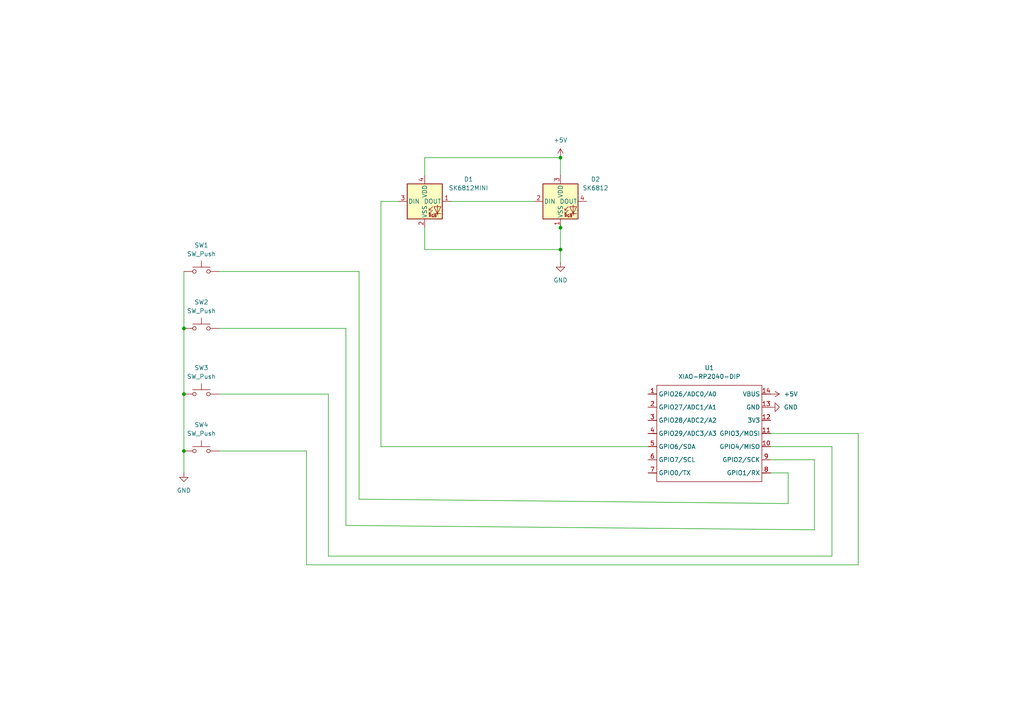
<source format=kicad_sch>
(kicad_sch
	(version 20250114)
	(generator "eeschema")
	(generator_version "9.0")
	(uuid "f2e503b2-99f0-403b-8e1a-a4958a0d5f1b")
	(paper "A4")
	(lib_symbols
		(symbol "LED:SK6812"
			(pin_names
				(offset 0.254)
			)
			(exclude_from_sim no)
			(in_bom yes)
			(on_board yes)
			(property "Reference" "D"
				(at 5.08 5.715 0)
				(effects
					(font
						(size 1.27 1.27)
					)
					(justify right bottom)
				)
			)
			(property "Value" "SK6812"
				(at 1.27 -5.715 0)
				(effects
					(font
						(size 1.27 1.27)
					)
					(justify left top)
				)
			)
			(property "Footprint" "LED_SMD:LED_SK6812_PLCC4_5.0x5.0mm_P3.2mm"
				(at 1.27 -7.62 0)
				(effects
					(font
						(size 1.27 1.27)
					)
					(justify left top)
					(hide yes)
				)
			)
			(property "Datasheet" "https://cdn-shop.adafruit.com/product-files/1138/SK6812+LED+datasheet+.pdf"
				(at 2.54 -9.525 0)
				(effects
					(font
						(size 1.27 1.27)
					)
					(justify left top)
					(hide yes)
				)
			)
			(property "Description" "RGB LED with integrated controller"
				(at 0 0 0)
				(effects
					(font
						(size 1.27 1.27)
					)
					(hide yes)
				)
			)
			(property "ki_keywords" "RGB LED NeoPixel addressable"
				(at 0 0 0)
				(effects
					(font
						(size 1.27 1.27)
					)
					(hide yes)
				)
			)
			(property "ki_fp_filters" "LED*SK6812*PLCC*5.0x5.0mm*P3.2mm*"
				(at 0 0 0)
				(effects
					(font
						(size 1.27 1.27)
					)
					(hide yes)
				)
			)
			(symbol "SK6812_0_0"
				(text "RGB"
					(at 2.286 -4.191 0)
					(effects
						(font
							(size 0.762 0.762)
						)
					)
				)
			)
			(symbol "SK6812_0_1"
				(polyline
					(pts
						(xy 1.27 -2.54) (xy 1.778 -2.54)
					)
					(stroke
						(width 0)
						(type default)
					)
					(fill
						(type none)
					)
				)
				(polyline
					(pts
						(xy 1.27 -3.556) (xy 1.778 -3.556)
					)
					(stroke
						(width 0)
						(type default)
					)
					(fill
						(type none)
					)
				)
				(polyline
					(pts
						(xy 2.286 -1.524) (xy 1.27 -2.54) (xy 1.27 -2.032)
					)
					(stroke
						(width 0)
						(type default)
					)
					(fill
						(type none)
					)
				)
				(polyline
					(pts
						(xy 2.286 -2.54) (xy 1.27 -3.556) (xy 1.27 -3.048)
					)
					(stroke
						(width 0)
						(type default)
					)
					(fill
						(type none)
					)
				)
				(polyline
					(pts
						(xy 3.683 -1.016) (xy 3.683 -3.556) (xy 3.683 -4.064)
					)
					(stroke
						(width 0)
						(type default)
					)
					(fill
						(type none)
					)
				)
				(polyline
					(pts
						(xy 4.699 -1.524) (xy 2.667 -1.524) (xy 3.683 -3.556) (xy 4.699 -1.524)
					)
					(stroke
						(width 0)
						(type default)
					)
					(fill
						(type none)
					)
				)
				(polyline
					(pts
						(xy 4.699 -3.556) (xy 2.667 -3.556)
					)
					(stroke
						(width 0)
						(type default)
					)
					(fill
						(type none)
					)
				)
				(rectangle
					(start 5.08 5.08)
					(end -5.08 -5.08)
					(stroke
						(width 0.254)
						(type default)
					)
					(fill
						(type background)
					)
				)
			)
			(symbol "SK6812_1_1"
				(pin input line
					(at -7.62 0 0)
					(length 2.54)
					(name "DIN"
						(effects
							(font
								(size 1.27 1.27)
							)
						)
					)
					(number "2"
						(effects
							(font
								(size 1.27 1.27)
							)
						)
					)
				)
				(pin power_in line
					(at 0 7.62 270)
					(length 2.54)
					(name "VDD"
						(effects
							(font
								(size 1.27 1.27)
							)
						)
					)
					(number "3"
						(effects
							(font
								(size 1.27 1.27)
							)
						)
					)
				)
				(pin power_in line
					(at 0 -7.62 90)
					(length 2.54)
					(name "VSS"
						(effects
							(font
								(size 1.27 1.27)
							)
						)
					)
					(number "1"
						(effects
							(font
								(size 1.27 1.27)
							)
						)
					)
				)
				(pin output line
					(at 7.62 0 180)
					(length 2.54)
					(name "DOUT"
						(effects
							(font
								(size 1.27 1.27)
							)
						)
					)
					(number "4"
						(effects
							(font
								(size 1.27 1.27)
							)
						)
					)
				)
			)
			(embedded_fonts no)
		)
		(symbol "LED:SK6812MINI"
			(pin_names
				(offset 0.254)
			)
			(exclude_from_sim no)
			(in_bom yes)
			(on_board yes)
			(property "Reference" "D"
				(at 5.08 5.715 0)
				(effects
					(font
						(size 1.27 1.27)
					)
					(justify right bottom)
				)
			)
			(property "Value" "SK6812MINI"
				(at 1.27 -5.715 0)
				(effects
					(font
						(size 1.27 1.27)
					)
					(justify left top)
				)
			)
			(property "Footprint" "LED_SMD:LED_SK6812MINI_PLCC4_3.5x3.5mm_P1.75mm"
				(at 1.27 -7.62 0)
				(effects
					(font
						(size 1.27 1.27)
					)
					(justify left top)
					(hide yes)
				)
			)
			(property "Datasheet" "https://cdn-shop.adafruit.com/product-files/2686/SK6812MINI_REV.01-1-2.pdf"
				(at 2.54 -9.525 0)
				(effects
					(font
						(size 1.27 1.27)
					)
					(justify left top)
					(hide yes)
				)
			)
			(property "Description" "RGB LED with integrated controller"
				(at 0 0 0)
				(effects
					(font
						(size 1.27 1.27)
					)
					(hide yes)
				)
			)
			(property "ki_keywords" "RGB LED NeoPixel Mini addressable"
				(at 0 0 0)
				(effects
					(font
						(size 1.27 1.27)
					)
					(hide yes)
				)
			)
			(property "ki_fp_filters" "LED*SK6812MINI*PLCC*3.5x3.5mm*P1.75mm*"
				(at 0 0 0)
				(effects
					(font
						(size 1.27 1.27)
					)
					(hide yes)
				)
			)
			(symbol "SK6812MINI_0_0"
				(text "RGB"
					(at 2.286 -4.191 0)
					(effects
						(font
							(size 0.762 0.762)
						)
					)
				)
			)
			(symbol "SK6812MINI_0_1"
				(polyline
					(pts
						(xy 1.27 -2.54) (xy 1.778 -2.54)
					)
					(stroke
						(width 0)
						(type default)
					)
					(fill
						(type none)
					)
				)
				(polyline
					(pts
						(xy 1.27 -3.556) (xy 1.778 -3.556)
					)
					(stroke
						(width 0)
						(type default)
					)
					(fill
						(type none)
					)
				)
				(polyline
					(pts
						(xy 2.286 -1.524) (xy 1.27 -2.54) (xy 1.27 -2.032)
					)
					(stroke
						(width 0)
						(type default)
					)
					(fill
						(type none)
					)
				)
				(polyline
					(pts
						(xy 2.286 -2.54) (xy 1.27 -3.556) (xy 1.27 -3.048)
					)
					(stroke
						(width 0)
						(type default)
					)
					(fill
						(type none)
					)
				)
				(polyline
					(pts
						(xy 3.683 -1.016) (xy 3.683 -3.556) (xy 3.683 -4.064)
					)
					(stroke
						(width 0)
						(type default)
					)
					(fill
						(type none)
					)
				)
				(polyline
					(pts
						(xy 4.699 -1.524) (xy 2.667 -1.524) (xy 3.683 -3.556) (xy 4.699 -1.524)
					)
					(stroke
						(width 0)
						(type default)
					)
					(fill
						(type none)
					)
				)
				(polyline
					(pts
						(xy 4.699 -3.556) (xy 2.667 -3.556)
					)
					(stroke
						(width 0)
						(type default)
					)
					(fill
						(type none)
					)
				)
				(rectangle
					(start 5.08 5.08)
					(end -5.08 -5.08)
					(stroke
						(width 0.254)
						(type default)
					)
					(fill
						(type background)
					)
				)
			)
			(symbol "SK6812MINI_1_1"
				(pin input line
					(at -7.62 0 0)
					(length 2.54)
					(name "DIN"
						(effects
							(font
								(size 1.27 1.27)
							)
						)
					)
					(number "3"
						(effects
							(font
								(size 1.27 1.27)
							)
						)
					)
				)
				(pin power_in line
					(at 0 7.62 270)
					(length 2.54)
					(name "VDD"
						(effects
							(font
								(size 1.27 1.27)
							)
						)
					)
					(number "4"
						(effects
							(font
								(size 1.27 1.27)
							)
						)
					)
				)
				(pin power_in line
					(at 0 -7.62 90)
					(length 2.54)
					(name "VSS"
						(effects
							(font
								(size 1.27 1.27)
							)
						)
					)
					(number "2"
						(effects
							(font
								(size 1.27 1.27)
							)
						)
					)
				)
				(pin output line
					(at 7.62 0 180)
					(length 2.54)
					(name "DOUT"
						(effects
							(font
								(size 1.27 1.27)
							)
						)
					)
					(number "1"
						(effects
							(font
								(size 1.27 1.27)
							)
						)
					)
				)
			)
			(embedded_fonts no)
		)
		(symbol "OPL:XIAO-RP2040-DIP"
			(exclude_from_sim no)
			(in_bom yes)
			(on_board yes)
			(property "Reference" "U"
				(at 0 0 0)
				(effects
					(font
						(size 1.27 1.27)
					)
				)
			)
			(property "Value" "XIAO-RP2040-DIP"
				(at 5.334 -1.778 0)
				(effects
					(font
						(size 1.27 1.27)
					)
				)
			)
			(property "Footprint" "Module:MOUDLE14P-XIAO-DIP-SMD"
				(at 14.478 -32.258 0)
				(effects
					(font
						(size 1.27 1.27)
					)
					(hide yes)
				)
			)
			(property "Datasheet" ""
				(at 0 0 0)
				(effects
					(font
						(size 1.27 1.27)
					)
					(hide yes)
				)
			)
			(property "Description" ""
				(at 0 0 0)
				(effects
					(font
						(size 1.27 1.27)
					)
					(hide yes)
				)
			)
			(symbol "XIAO-RP2040-DIP_1_0"
				(polyline
					(pts
						(xy -1.27 -2.54) (xy 29.21 -2.54)
					)
					(stroke
						(width 0.1524)
						(type solid)
					)
					(fill
						(type none)
					)
				)
				(polyline
					(pts
						(xy -1.27 -5.08) (xy -2.54 -5.08)
					)
					(stroke
						(width 0.1524)
						(type solid)
					)
					(fill
						(type none)
					)
				)
				(polyline
					(pts
						(xy -1.27 -5.08) (xy -1.27 -2.54)
					)
					(stroke
						(width 0.1524)
						(type solid)
					)
					(fill
						(type none)
					)
				)
				(polyline
					(pts
						(xy -1.27 -8.89) (xy -2.54 -8.89)
					)
					(stroke
						(width 0.1524)
						(type solid)
					)
					(fill
						(type none)
					)
				)
				(polyline
					(pts
						(xy -1.27 -8.89) (xy -1.27 -5.08)
					)
					(stroke
						(width 0.1524)
						(type solid)
					)
					(fill
						(type none)
					)
				)
				(polyline
					(pts
						(xy -1.27 -12.7) (xy -2.54 -12.7)
					)
					(stroke
						(width 0.1524)
						(type solid)
					)
					(fill
						(type none)
					)
				)
				(polyline
					(pts
						(xy -1.27 -12.7) (xy -1.27 -8.89)
					)
					(stroke
						(width 0.1524)
						(type solid)
					)
					(fill
						(type none)
					)
				)
				(polyline
					(pts
						(xy -1.27 -16.51) (xy -2.54 -16.51)
					)
					(stroke
						(width 0.1524)
						(type solid)
					)
					(fill
						(type none)
					)
				)
				(polyline
					(pts
						(xy -1.27 -16.51) (xy -1.27 -12.7)
					)
					(stroke
						(width 0.1524)
						(type solid)
					)
					(fill
						(type none)
					)
				)
				(polyline
					(pts
						(xy -1.27 -20.32) (xy -2.54 -20.32)
					)
					(stroke
						(width 0.1524)
						(type solid)
					)
					(fill
						(type none)
					)
				)
				(polyline
					(pts
						(xy -1.27 -24.13) (xy -2.54 -24.13)
					)
					(stroke
						(width 0.1524)
						(type solid)
					)
					(fill
						(type none)
					)
				)
				(polyline
					(pts
						(xy -1.27 -27.94) (xy -2.54 -27.94)
					)
					(stroke
						(width 0.1524)
						(type solid)
					)
					(fill
						(type none)
					)
				)
				(polyline
					(pts
						(xy -1.27 -30.48) (xy -1.27 -16.51)
					)
					(stroke
						(width 0.1524)
						(type solid)
					)
					(fill
						(type none)
					)
				)
				(polyline
					(pts
						(xy 29.21 -2.54) (xy 29.21 -5.08)
					)
					(stroke
						(width 0.1524)
						(type solid)
					)
					(fill
						(type none)
					)
				)
				(polyline
					(pts
						(xy 29.21 -5.08) (xy 29.21 -8.89)
					)
					(stroke
						(width 0.1524)
						(type solid)
					)
					(fill
						(type none)
					)
				)
				(polyline
					(pts
						(xy 29.21 -8.89) (xy 29.21 -12.7)
					)
					(stroke
						(width 0.1524)
						(type solid)
					)
					(fill
						(type none)
					)
				)
				(polyline
					(pts
						(xy 29.21 -12.7) (xy 29.21 -30.48)
					)
					(stroke
						(width 0.1524)
						(type solid)
					)
					(fill
						(type none)
					)
				)
				(polyline
					(pts
						(xy 29.21 -30.48) (xy -1.27 -30.48)
					)
					(stroke
						(width 0.1524)
						(type solid)
					)
					(fill
						(type none)
					)
				)
				(polyline
					(pts
						(xy 30.48 -5.08) (xy 29.21 -5.08)
					)
					(stroke
						(width 0.1524)
						(type solid)
					)
					(fill
						(type none)
					)
				)
				(polyline
					(pts
						(xy 30.48 -8.89) (xy 29.21 -8.89)
					)
					(stroke
						(width 0.1524)
						(type solid)
					)
					(fill
						(type none)
					)
				)
				(polyline
					(pts
						(xy 30.48 -12.7) (xy 29.21 -12.7)
					)
					(stroke
						(width 0.1524)
						(type solid)
					)
					(fill
						(type none)
					)
				)
				(polyline
					(pts
						(xy 30.48 -16.51) (xy 29.21 -16.51)
					)
					(stroke
						(width 0.1524)
						(type solid)
					)
					(fill
						(type none)
					)
				)
				(polyline
					(pts
						(xy 30.48 -20.32) (xy 29.21 -20.32)
					)
					(stroke
						(width 0.1524)
						(type solid)
					)
					(fill
						(type none)
					)
				)
				(polyline
					(pts
						(xy 30.48 -24.13) (xy 29.21 -24.13)
					)
					(stroke
						(width 0.1524)
						(type solid)
					)
					(fill
						(type none)
					)
				)
				(polyline
					(pts
						(xy 30.48 -27.94) (xy 29.21 -27.94)
					)
					(stroke
						(width 0.1524)
						(type solid)
					)
					(fill
						(type none)
					)
				)
				(pin passive line
					(at -3.81 -5.08 0)
					(length 2.54)
					(name "GPIO26/ADC0/A0"
						(effects
							(font
								(size 1.27 1.27)
							)
						)
					)
					(number "1"
						(effects
							(font
								(size 1.27 1.27)
							)
						)
					)
				)
				(pin passive line
					(at -3.81 -8.89 0)
					(length 2.54)
					(name "GPIO27/ADC1/A1"
						(effects
							(font
								(size 1.27 1.27)
							)
						)
					)
					(number "2"
						(effects
							(font
								(size 1.27 1.27)
							)
						)
					)
				)
				(pin passive line
					(at -3.81 -12.7 0)
					(length 2.54)
					(name "GPIO28/ADC2/A2"
						(effects
							(font
								(size 1.27 1.27)
							)
						)
					)
					(number "3"
						(effects
							(font
								(size 1.27 1.27)
							)
						)
					)
				)
				(pin passive line
					(at -3.81 -16.51 0)
					(length 2.54)
					(name "GPIO29/ADC3/A3"
						(effects
							(font
								(size 1.27 1.27)
							)
						)
					)
					(number "4"
						(effects
							(font
								(size 1.27 1.27)
							)
						)
					)
				)
				(pin passive line
					(at -3.81 -20.32 0)
					(length 2.54)
					(name "GPIO6/SDA"
						(effects
							(font
								(size 1.27 1.27)
							)
						)
					)
					(number "5"
						(effects
							(font
								(size 1.27 1.27)
							)
						)
					)
				)
				(pin passive line
					(at -3.81 -24.13 0)
					(length 2.54)
					(name "GPIO7/SCL"
						(effects
							(font
								(size 1.27 1.27)
							)
						)
					)
					(number "6"
						(effects
							(font
								(size 1.27 1.27)
							)
						)
					)
				)
				(pin passive line
					(at -3.81 -27.94 0)
					(length 2.54)
					(name "GPIO0/TX"
						(effects
							(font
								(size 1.27 1.27)
							)
						)
					)
					(number "7"
						(effects
							(font
								(size 1.27 1.27)
							)
						)
					)
				)
				(pin passive line
					(at 31.75 -5.08 180)
					(length 2.54)
					(name "VBUS"
						(effects
							(font
								(size 1.27 1.27)
							)
						)
					)
					(number "14"
						(effects
							(font
								(size 1.27 1.27)
							)
						)
					)
				)
				(pin passive line
					(at 31.75 -8.89 180)
					(length 2.54)
					(name "GND"
						(effects
							(font
								(size 1.27 1.27)
							)
						)
					)
					(number "13"
						(effects
							(font
								(size 1.27 1.27)
							)
						)
					)
				)
				(pin passive line
					(at 31.75 -12.7 180)
					(length 2.54)
					(name "3V3"
						(effects
							(font
								(size 1.27 1.27)
							)
						)
					)
					(number "12"
						(effects
							(font
								(size 1.27 1.27)
							)
						)
					)
				)
				(pin passive line
					(at 31.75 -16.51 180)
					(length 2.54)
					(name "GPIO3/MOSI"
						(effects
							(font
								(size 1.27 1.27)
							)
						)
					)
					(number "11"
						(effects
							(font
								(size 1.27 1.27)
							)
						)
					)
				)
				(pin passive line
					(at 31.75 -20.32 180)
					(length 2.54)
					(name "GPIO4/MISO"
						(effects
							(font
								(size 1.27 1.27)
							)
						)
					)
					(number "10"
						(effects
							(font
								(size 1.27 1.27)
							)
						)
					)
				)
				(pin passive line
					(at 31.75 -24.13 180)
					(length 2.54)
					(name "GPIO2/SCK"
						(effects
							(font
								(size 1.27 1.27)
							)
						)
					)
					(number "9"
						(effects
							(font
								(size 1.27 1.27)
							)
						)
					)
				)
				(pin passive line
					(at 31.75 -27.94 180)
					(length 2.54)
					(name "GPIO1/RX"
						(effects
							(font
								(size 1.27 1.27)
							)
						)
					)
					(number "8"
						(effects
							(font
								(size 1.27 1.27)
							)
						)
					)
				)
			)
			(embedded_fonts no)
		)
		(symbol "Switch:SW_Push"
			(pin_numbers
				(hide yes)
			)
			(pin_names
				(offset 1.016)
				(hide yes)
			)
			(exclude_from_sim no)
			(in_bom yes)
			(on_board yes)
			(property "Reference" "SW"
				(at 1.27 2.54 0)
				(effects
					(font
						(size 1.27 1.27)
					)
					(justify left)
				)
			)
			(property "Value" "SW_Push"
				(at 0 -1.524 0)
				(effects
					(font
						(size 1.27 1.27)
					)
				)
			)
			(property "Footprint" ""
				(at 0 5.08 0)
				(effects
					(font
						(size 1.27 1.27)
					)
					(hide yes)
				)
			)
			(property "Datasheet" "~"
				(at 0 5.08 0)
				(effects
					(font
						(size 1.27 1.27)
					)
					(hide yes)
				)
			)
			(property "Description" "Push button switch, generic, two pins"
				(at 0 0 0)
				(effects
					(font
						(size 1.27 1.27)
					)
					(hide yes)
				)
			)
			(property "ki_keywords" "switch normally-open pushbutton push-button"
				(at 0 0 0)
				(effects
					(font
						(size 1.27 1.27)
					)
					(hide yes)
				)
			)
			(symbol "SW_Push_0_1"
				(circle
					(center -2.032 0)
					(radius 0.508)
					(stroke
						(width 0)
						(type default)
					)
					(fill
						(type none)
					)
				)
				(polyline
					(pts
						(xy 0 1.27) (xy 0 3.048)
					)
					(stroke
						(width 0)
						(type default)
					)
					(fill
						(type none)
					)
				)
				(circle
					(center 2.032 0)
					(radius 0.508)
					(stroke
						(width 0)
						(type default)
					)
					(fill
						(type none)
					)
				)
				(polyline
					(pts
						(xy 2.54 1.27) (xy -2.54 1.27)
					)
					(stroke
						(width 0)
						(type default)
					)
					(fill
						(type none)
					)
				)
				(pin passive line
					(at -5.08 0 0)
					(length 2.54)
					(name "1"
						(effects
							(font
								(size 1.27 1.27)
							)
						)
					)
					(number "1"
						(effects
							(font
								(size 1.27 1.27)
							)
						)
					)
				)
				(pin passive line
					(at 5.08 0 180)
					(length 2.54)
					(name "2"
						(effects
							(font
								(size 1.27 1.27)
							)
						)
					)
					(number "2"
						(effects
							(font
								(size 1.27 1.27)
							)
						)
					)
				)
			)
			(embedded_fonts no)
		)
		(symbol "power:+5V"
			(power)
			(pin_numbers
				(hide yes)
			)
			(pin_names
				(offset 0)
				(hide yes)
			)
			(exclude_from_sim no)
			(in_bom yes)
			(on_board yes)
			(property "Reference" "#PWR"
				(at 0 -3.81 0)
				(effects
					(font
						(size 1.27 1.27)
					)
					(hide yes)
				)
			)
			(property "Value" "+5V"
				(at 0 3.556 0)
				(effects
					(font
						(size 1.27 1.27)
					)
				)
			)
			(property "Footprint" ""
				(at 0 0 0)
				(effects
					(font
						(size 1.27 1.27)
					)
					(hide yes)
				)
			)
			(property "Datasheet" ""
				(at 0 0 0)
				(effects
					(font
						(size 1.27 1.27)
					)
					(hide yes)
				)
			)
			(property "Description" "Power symbol creates a global label with name \"+5V\""
				(at 0 0 0)
				(effects
					(font
						(size 1.27 1.27)
					)
					(hide yes)
				)
			)
			(property "ki_keywords" "global power"
				(at 0 0 0)
				(effects
					(font
						(size 1.27 1.27)
					)
					(hide yes)
				)
			)
			(symbol "+5V_0_1"
				(polyline
					(pts
						(xy -0.762 1.27) (xy 0 2.54)
					)
					(stroke
						(width 0)
						(type default)
					)
					(fill
						(type none)
					)
				)
				(polyline
					(pts
						(xy 0 2.54) (xy 0.762 1.27)
					)
					(stroke
						(width 0)
						(type default)
					)
					(fill
						(type none)
					)
				)
				(polyline
					(pts
						(xy 0 0) (xy 0 2.54)
					)
					(stroke
						(width 0)
						(type default)
					)
					(fill
						(type none)
					)
				)
			)
			(symbol "+5V_1_1"
				(pin power_in line
					(at 0 0 90)
					(length 0)
					(name "~"
						(effects
							(font
								(size 1.27 1.27)
							)
						)
					)
					(number "1"
						(effects
							(font
								(size 1.27 1.27)
							)
						)
					)
				)
			)
			(embedded_fonts no)
		)
		(symbol "power:GND"
			(power)
			(pin_numbers
				(hide yes)
			)
			(pin_names
				(offset 0)
				(hide yes)
			)
			(exclude_from_sim no)
			(in_bom yes)
			(on_board yes)
			(property "Reference" "#PWR"
				(at 0 -6.35 0)
				(effects
					(font
						(size 1.27 1.27)
					)
					(hide yes)
				)
			)
			(property "Value" "GND"
				(at 0 -3.81 0)
				(effects
					(font
						(size 1.27 1.27)
					)
				)
			)
			(property "Footprint" ""
				(at 0 0 0)
				(effects
					(font
						(size 1.27 1.27)
					)
					(hide yes)
				)
			)
			(property "Datasheet" ""
				(at 0 0 0)
				(effects
					(font
						(size 1.27 1.27)
					)
					(hide yes)
				)
			)
			(property "Description" "Power symbol creates a global label with name \"GND\" , ground"
				(at 0 0 0)
				(effects
					(font
						(size 1.27 1.27)
					)
					(hide yes)
				)
			)
			(property "ki_keywords" "global power"
				(at 0 0 0)
				(effects
					(font
						(size 1.27 1.27)
					)
					(hide yes)
				)
			)
			(symbol "GND_0_1"
				(polyline
					(pts
						(xy 0 0) (xy 0 -1.27) (xy 1.27 -1.27) (xy 0 -2.54) (xy -1.27 -1.27) (xy 0 -1.27)
					)
					(stroke
						(width 0)
						(type default)
					)
					(fill
						(type none)
					)
				)
			)
			(symbol "GND_1_1"
				(pin power_in line
					(at 0 0 270)
					(length 0)
					(name "~"
						(effects
							(font
								(size 1.27 1.27)
							)
						)
					)
					(number "1"
						(effects
							(font
								(size 1.27 1.27)
							)
						)
					)
				)
			)
			(embedded_fonts no)
		)
	)
	(junction
		(at 162.56 45.72)
		(diameter 0)
		(color 0 0 0 0)
		(uuid "0140e4d8-91b2-4885-9454-a830ac1f3306")
	)
	(junction
		(at 53.34 130.81)
		(diameter 0)
		(color 0 0 0 0)
		(uuid "111f7c11-04a6-4f36-a5f9-97beaed80ae1")
	)
	(junction
		(at 53.34 95.25)
		(diameter 0)
		(color 0 0 0 0)
		(uuid "25ef8d07-7975-462f-9779-a618db9b545b")
	)
	(junction
		(at 162.56 72.39)
		(diameter 0)
		(color 0 0 0 0)
		(uuid "6f72e5cc-69fa-42df-93a5-f9c40b29860b")
	)
	(junction
		(at 162.56 66.04)
		(diameter 0)
		(color 0 0 0 0)
		(uuid "8f18c265-1f61-499c-9fe3-b61ad3a3a90d")
	)
	(junction
		(at 53.34 114.3)
		(diameter 0)
		(color 0 0 0 0)
		(uuid "bf458f5d-c580-4666-b95e-14a7ccbd6ec1")
	)
	(wire
		(pts
			(xy 100.33 152.4) (xy 236.22 153.67)
		)
		(stroke
			(width 0)
			(type default)
		)
		(uuid "00ac734f-ec1e-442a-a3c6-439ad6c97c39")
	)
	(wire
		(pts
			(xy 162.56 64.77) (xy 162.56 66.04)
		)
		(stroke
			(width 0)
			(type default)
		)
		(uuid "013e0fd4-f985-44b0-a950-bb9177ba405f")
	)
	(wire
		(pts
			(xy 228.6 146.05) (xy 228.6 137.16)
		)
		(stroke
			(width 0)
			(type default)
		)
		(uuid "044829a0-8154-4aa2-a711-ee5d78cc2b09")
	)
	(wire
		(pts
			(xy 123.19 66.04) (xy 123.19 72.39)
		)
		(stroke
			(width 0)
			(type default)
		)
		(uuid "08a63996-a3b0-457a-af73-45f295712360")
	)
	(wire
		(pts
			(xy 162.56 45.72) (xy 162.56 50.8)
		)
		(stroke
			(width 0)
			(type default)
		)
		(uuid "10d522e8-8552-4359-9fb9-f39eb57610a0")
	)
	(wire
		(pts
			(xy 130.81 58.42) (xy 154.94 58.42)
		)
		(stroke
			(width 0)
			(type default)
		)
		(uuid "1b2a7bff-0a26-4d1d-9cbc-0984d27c565d")
	)
	(wire
		(pts
			(xy 63.5 114.3) (xy 95.25 114.3)
		)
		(stroke
			(width 0)
			(type default)
		)
		(uuid "27556962-d12a-4294-a4ba-d0187a1d9896")
	)
	(wire
		(pts
			(xy 104.14 144.78) (xy 228.6 146.05)
		)
		(stroke
			(width 0)
			(type default)
		)
		(uuid "30e684a4-3548-40c3-8638-f8153af66fe8")
	)
	(wire
		(pts
			(xy 95.25 161.29) (xy 241.3 161.29)
		)
		(stroke
			(width 0)
			(type default)
		)
		(uuid "32a44f2a-d6df-49bd-b1ab-8fafda5acba2")
	)
	(wire
		(pts
			(xy 248.92 163.83) (xy 248.92 125.73)
		)
		(stroke
			(width 0)
			(type default)
		)
		(uuid "3e0a88a1-67a7-4bd7-9600-d04ef29824aa")
	)
	(wire
		(pts
			(xy 236.22 133.35) (xy 223.52 133.35)
		)
		(stroke
			(width 0)
			(type default)
		)
		(uuid "4672ac88-0608-4696-bc1c-a89241de54e8")
	)
	(wire
		(pts
			(xy 162.56 66.04) (xy 162.56 72.39)
		)
		(stroke
			(width 0)
			(type default)
		)
		(uuid "488ae035-9223-4325-b3e5-b02a52ea4688")
	)
	(wire
		(pts
			(xy 53.34 130.81) (xy 53.34 137.16)
		)
		(stroke
			(width 0)
			(type default)
		)
		(uuid "5123e585-9382-4b3d-854d-244aab5b0275")
	)
	(wire
		(pts
			(xy 241.3 161.29) (xy 241.3 129.54)
		)
		(stroke
			(width 0)
			(type default)
		)
		(uuid "54ec1ce8-c9db-4060-abb3-53891b8721a8")
	)
	(wire
		(pts
			(xy 162.56 72.39) (xy 162.56 76.2)
		)
		(stroke
			(width 0)
			(type default)
		)
		(uuid "5efb14b9-5225-4935-b43e-94e5806beabd")
	)
	(wire
		(pts
			(xy 53.34 114.3) (xy 53.34 130.81)
		)
		(stroke
			(width 0)
			(type default)
		)
		(uuid "60c3ce62-6d64-4a74-a468-7141aabda35e")
	)
	(wire
		(pts
			(xy 63.5 95.25) (xy 100.33 95.25)
		)
		(stroke
			(width 0)
			(type default)
		)
		(uuid "60cbe47d-88bd-4194-be02-d0cc05dceed1")
	)
	(wire
		(pts
			(xy 123.19 72.39) (xy 162.56 72.39)
		)
		(stroke
			(width 0)
			(type default)
		)
		(uuid "63b293ea-1d51-4a70-8213-27edf6a06a56")
	)
	(wire
		(pts
			(xy 123.19 45.72) (xy 162.56 45.72)
		)
		(stroke
			(width 0)
			(type default)
		)
		(uuid "67a8492c-efdc-4f47-ad2b-c81b18a72108")
	)
	(wire
		(pts
			(xy 236.22 153.67) (xy 236.22 133.35)
		)
		(stroke
			(width 0)
			(type default)
		)
		(uuid "6993dd85-b301-49ef-a1f8-f1f9ffb3f860")
	)
	(wire
		(pts
			(xy 53.34 114.3) (xy 53.34 95.25)
		)
		(stroke
			(width 0)
			(type default)
		)
		(uuid "6f68ec74-0eb2-4640-97a4-32d04bc3b0e1")
	)
	(wire
		(pts
			(xy 115.57 58.42) (xy 110.49 58.42)
		)
		(stroke
			(width 0)
			(type default)
		)
		(uuid "77db505d-118c-40b3-9c14-e32e5e21084f")
	)
	(wire
		(pts
			(xy 63.5 78.74) (xy 104.14 78.74)
		)
		(stroke
			(width 0)
			(type default)
		)
		(uuid "7e21738c-cadd-42ef-9fcd-e4ea090cde2f")
	)
	(wire
		(pts
			(xy 95.25 114.3) (xy 95.25 161.29)
		)
		(stroke
			(width 0)
			(type default)
		)
		(uuid "7e95c115-cd5d-47a1-b96c-9e2145457268")
	)
	(wire
		(pts
			(xy 110.49 129.54) (xy 187.96 129.54)
		)
		(stroke
			(width 0)
			(type default)
		)
		(uuid "98270e05-dba1-46d4-a1b3-323e5d5ad844")
	)
	(wire
		(pts
			(xy 88.9 163.83) (xy 248.92 163.83)
		)
		(stroke
			(width 0)
			(type default)
		)
		(uuid "a5927b27-809d-4c39-8b27-8c6bc1aaa74d")
	)
	(wire
		(pts
			(xy 110.49 58.42) (xy 110.49 129.54)
		)
		(stroke
			(width 0)
			(type default)
		)
		(uuid "a7baac43-b63d-4fb4-862b-67230e0cb570")
	)
	(wire
		(pts
			(xy 100.33 95.25) (xy 100.33 152.4)
		)
		(stroke
			(width 0)
			(type default)
		)
		(uuid "c3a562b4-0423-45f9-964f-803ff005d80b")
	)
	(wire
		(pts
			(xy 63.5 130.81) (xy 88.9 130.81)
		)
		(stroke
			(width 0)
			(type default)
		)
		(uuid "caa02f3d-2689-4983-b3a3-ac1609635526")
	)
	(wire
		(pts
			(xy 241.3 129.54) (xy 223.52 129.54)
		)
		(stroke
			(width 0)
			(type default)
		)
		(uuid "d06cfff0-b8f2-4108-ad11-f831cd30cd52")
	)
	(wire
		(pts
			(xy 248.92 125.73) (xy 223.52 125.73)
		)
		(stroke
			(width 0)
			(type default)
		)
		(uuid "d3d1af15-7080-4946-9f65-a326fdd598b1")
	)
	(wire
		(pts
			(xy 104.14 78.74) (xy 104.14 144.78)
		)
		(stroke
			(width 0)
			(type default)
		)
		(uuid "e227078b-20f1-4bb7-bab3-cf5912041aaa")
	)
	(wire
		(pts
			(xy 228.6 137.16) (xy 223.52 137.16)
		)
		(stroke
			(width 0)
			(type default)
		)
		(uuid "e4a01c14-6521-4b4c-ae7a-95ebb7efd826")
	)
	(wire
		(pts
			(xy 88.9 130.81) (xy 88.9 163.83)
		)
		(stroke
			(width 0)
			(type default)
		)
		(uuid "eca39362-b235-4fdc-9327-13bbeab813ff")
	)
	(wire
		(pts
			(xy 123.19 50.8) (xy 123.19 45.72)
		)
		(stroke
			(width 0)
			(type default)
		)
		(uuid "f167a844-71f8-4337-bf85-49f244faf8ed")
	)
	(wire
		(pts
			(xy 53.34 78.74) (xy 53.34 95.25)
		)
		(stroke
			(width 0)
			(type default)
		)
		(uuid "fde6d9a0-284b-4f9d-b6bc-046b68bc0b09")
	)
	(symbol
		(lib_id "Switch:SW_Push")
		(at 58.42 130.81 0)
		(unit 1)
		(exclude_from_sim no)
		(in_bom yes)
		(on_board yes)
		(dnp no)
		(fields_autoplaced yes)
		(uuid "080cd3d9-bba2-405b-9114-36359f63d1aa")
		(property "Reference" "SW4"
			(at 58.42 123.19 0)
			(effects
				(font
					(size 1.27 1.27)
				)
			)
		)
		(property "Value" "SW_Push"
			(at 58.42 125.73 0)
			(effects
				(font
					(size 1.27 1.27)
				)
			)
		)
		(property "Footprint" "Button_Switch_Keyboard:SW_Cherry_MX_1.00u_PCB"
			(at 58.42 125.73 0)
			(effects
				(font
					(size 1.27 1.27)
				)
				(hide yes)
			)
		)
		(property "Datasheet" "~"
			(at 58.42 125.73 0)
			(effects
				(font
					(size 1.27 1.27)
				)
				(hide yes)
			)
		)
		(property "Description" "Push button switch, generic, two pins"
			(at 58.42 130.81 0)
			(effects
				(font
					(size 1.27 1.27)
				)
				(hide yes)
			)
		)
		(pin "1"
			(uuid "bc6f9195-059d-49e2-8867-8ad6449b939e")
		)
		(pin "2"
			(uuid "5952156d-29f3-4a6e-8b58-05175aa741fc")
		)
		(instances
			(project ""
				(path "/f2e503b2-99f0-403b-8e1a-a4958a0d5f1b"
					(reference "SW4")
					(unit 1)
				)
			)
		)
	)
	(symbol
		(lib_id "power:GND")
		(at 53.34 137.16 0)
		(unit 1)
		(exclude_from_sim no)
		(in_bom yes)
		(on_board yes)
		(dnp no)
		(fields_autoplaced yes)
		(uuid "0c6dec2c-fb5d-46c7-936a-e58e3ad07dd1")
		(property "Reference" "#PWR01"
			(at 53.34 143.51 0)
			(effects
				(font
					(size 1.27 1.27)
				)
				(hide yes)
			)
		)
		(property "Value" "GND"
			(at 53.34 142.24 0)
			(effects
				(font
					(size 1.27 1.27)
				)
			)
		)
		(property "Footprint" ""
			(at 53.34 137.16 0)
			(effects
				(font
					(size 1.27 1.27)
				)
				(hide yes)
			)
		)
		(property "Datasheet" ""
			(at 53.34 137.16 0)
			(effects
				(font
					(size 1.27 1.27)
				)
				(hide yes)
			)
		)
		(property "Description" "Power symbol creates a global label with name \"GND\" , ground"
			(at 53.34 137.16 0)
			(effects
				(font
					(size 1.27 1.27)
				)
				(hide yes)
			)
		)
		(pin "1"
			(uuid "ed690516-01a1-4e24-92b2-7e0a8b11c9a9")
		)
		(instances
			(project ""
				(path "/f2e503b2-99f0-403b-8e1a-a4958a0d5f1b"
					(reference "#PWR01")
					(unit 1)
				)
			)
		)
	)
	(symbol
		(lib_id "power:GND")
		(at 162.56 76.2 0)
		(unit 1)
		(exclude_from_sim no)
		(in_bom yes)
		(on_board yes)
		(dnp no)
		(fields_autoplaced yes)
		(uuid "18a17fb8-dca5-450e-82ca-578d42c752f0")
		(property "Reference" "#PWR02"
			(at 162.56 82.55 0)
			(effects
				(font
					(size 1.27 1.27)
				)
				(hide yes)
			)
		)
		(property "Value" "GND"
			(at 162.56 81.28 0)
			(effects
				(font
					(size 1.27 1.27)
				)
			)
		)
		(property "Footprint" ""
			(at 162.56 76.2 0)
			(effects
				(font
					(size 1.27 1.27)
				)
				(hide yes)
			)
		)
		(property "Datasheet" ""
			(at 162.56 76.2 0)
			(effects
				(font
					(size 1.27 1.27)
				)
				(hide yes)
			)
		)
		(property "Description" "Power symbol creates a global label with name \"GND\" , ground"
			(at 162.56 76.2 0)
			(effects
				(font
					(size 1.27 1.27)
				)
				(hide yes)
			)
		)
		(pin "1"
			(uuid "139d7c1b-6be1-440d-b40e-65b875f743f7")
		)
		(instances
			(project ""
				(path "/f2e503b2-99f0-403b-8e1a-a4958a0d5f1b"
					(reference "#PWR02")
					(unit 1)
				)
			)
		)
	)
	(symbol
		(lib_id "Switch:SW_Push")
		(at 58.42 114.3 0)
		(unit 1)
		(exclude_from_sim no)
		(in_bom yes)
		(on_board yes)
		(dnp no)
		(fields_autoplaced yes)
		(uuid "20788712-5793-410f-bde9-bcf1db3a2bb5")
		(property "Reference" "SW3"
			(at 58.42 106.68 0)
			(effects
				(font
					(size 1.27 1.27)
				)
			)
		)
		(property "Value" "SW_Push"
			(at 58.42 109.22 0)
			(effects
				(font
					(size 1.27 1.27)
				)
			)
		)
		(property "Footprint" "Button_Switch_Keyboard:SW_Cherry_MX_1.00u_PCB"
			(at 58.42 109.22 0)
			(effects
				(font
					(size 1.27 1.27)
				)
				(hide yes)
			)
		)
		(property "Datasheet" "~"
			(at 58.42 109.22 0)
			(effects
				(font
					(size 1.27 1.27)
				)
				(hide yes)
			)
		)
		(property "Description" "Push button switch, generic, two pins"
			(at 58.42 114.3 0)
			(effects
				(font
					(size 1.27 1.27)
				)
				(hide yes)
			)
		)
		(pin "1"
			(uuid "0ba67347-5bff-4732-8e95-0f5bc5646112")
		)
		(pin "2"
			(uuid "f76a23c3-2bd5-4f70-aa36-58c41aaaa8b9")
		)
		(instances
			(project ""
				(path "/f2e503b2-99f0-403b-8e1a-a4958a0d5f1b"
					(reference "SW3")
					(unit 1)
				)
			)
		)
	)
	(symbol
		(lib_id "LED:SK6812")
		(at 162.56 58.42 0)
		(unit 1)
		(exclude_from_sim no)
		(in_bom yes)
		(on_board yes)
		(dnp no)
		(fields_autoplaced yes)
		(uuid "41c507f2-a320-4fa4-95d3-5638587a6835")
		(property "Reference" "D2"
			(at 172.72 51.9998 0)
			(effects
				(font
					(size 1.27 1.27)
				)
			)
		)
		(property "Value" "SK6812"
			(at 172.72 54.5398 0)
			(effects
				(font
					(size 1.27 1.27)
				)
			)
		)
		(property "Footprint" "LED_SMD:LED_SK6812_PLCC4_5.0x5.0mm_P3.2mm"
			(at 163.83 66.04 0)
			(effects
				(font
					(size 1.27 1.27)
				)
				(justify left top)
				(hide yes)
			)
		)
		(property "Datasheet" "https://cdn-shop.adafruit.com/product-files/1138/SK6812+LED+datasheet+.pdf"
			(at 165.1 67.945 0)
			(effects
				(font
					(size 1.27 1.27)
				)
				(justify left top)
				(hide yes)
			)
		)
		(property "Description" "RGB LED with integrated controller"
			(at 162.56 58.42 0)
			(effects
				(font
					(size 1.27 1.27)
				)
				(hide yes)
			)
		)
		(pin "1"
			(uuid "0891fb8f-a82f-47da-8095-ec9a70491c2f")
		)
		(pin "2"
			(uuid "8e814a70-6d02-4417-bd8a-4f7960379b64")
		)
		(pin "3"
			(uuid "45b74dde-ae2c-4158-9265-5b9d78c277ff")
		)
		(pin "4"
			(uuid "3385db91-8310-42e0-a2d0-06ca0b880c0c")
		)
		(instances
			(project ""
				(path "/f2e503b2-99f0-403b-8e1a-a4958a0d5f1b"
					(reference "D2")
					(unit 1)
				)
			)
		)
	)
	(symbol
		(lib_id "Switch:SW_Push")
		(at 58.42 95.25 0)
		(unit 1)
		(exclude_from_sim no)
		(in_bom yes)
		(on_board yes)
		(dnp no)
		(fields_autoplaced yes)
		(uuid "4fed0fee-ab33-4087-8ae7-0ce32faa46ef")
		(property "Reference" "SW2"
			(at 58.42 87.63 0)
			(effects
				(font
					(size 1.27 1.27)
				)
			)
		)
		(property "Value" "SW_Push"
			(at 58.42 90.17 0)
			(effects
				(font
					(size 1.27 1.27)
				)
			)
		)
		(property "Footprint" "Button_Switch_Keyboard:SW_Cherry_MX_1.00u_PCB"
			(at 58.42 90.17 0)
			(effects
				(font
					(size 1.27 1.27)
				)
				(hide yes)
			)
		)
		(property "Datasheet" "~"
			(at 58.42 90.17 0)
			(effects
				(font
					(size 1.27 1.27)
				)
				(hide yes)
			)
		)
		(property "Description" "Push button switch, generic, two pins"
			(at 58.42 95.25 0)
			(effects
				(font
					(size 1.27 1.27)
				)
				(hide yes)
			)
		)
		(pin "1"
			(uuid "6a0d47d5-c5f6-45d8-8cb5-4ef1f0c72e19")
		)
		(pin "2"
			(uuid "323ee767-e957-4e0c-948e-8b062ac5e9b7")
		)
		(instances
			(project ""
				(path "/f2e503b2-99f0-403b-8e1a-a4958a0d5f1b"
					(reference "SW2")
					(unit 1)
				)
			)
		)
	)
	(symbol
		(lib_id "LED:SK6812MINI")
		(at 123.19 58.42 0)
		(unit 1)
		(exclude_from_sim no)
		(in_bom yes)
		(on_board yes)
		(dnp no)
		(fields_autoplaced yes)
		(uuid "516993d0-b500-447b-ac52-6a020e6ee9c6")
		(property "Reference" "D1"
			(at 135.89 51.9998 0)
			(effects
				(font
					(size 1.27 1.27)
				)
			)
		)
		(property "Value" "SK6812MINI"
			(at 135.89 54.5398 0)
			(effects
				(font
					(size 1.27 1.27)
				)
			)
		)
		(property "Footprint" "LED_SMD:LED_SK6812MINI_PLCC4_3.5x3.5mm_P1.75mm"
			(at 124.46 66.04 0)
			(effects
				(font
					(size 1.27 1.27)
				)
				(justify left top)
				(hide yes)
			)
		)
		(property "Datasheet" "https://cdn-shop.adafruit.com/product-files/2686/SK6812MINI_REV.01-1-2.pdf"
			(at 125.73 67.945 0)
			(effects
				(font
					(size 1.27 1.27)
				)
				(justify left top)
				(hide yes)
			)
		)
		(property "Description" "RGB LED with integrated controller"
			(at 123.19 58.42 0)
			(effects
				(font
					(size 1.27 1.27)
				)
				(hide yes)
			)
		)
		(pin "3"
			(uuid "2a035c51-5dbb-4af1-9e71-b407a897d69b")
		)
		(pin "4"
			(uuid "94e4202a-81f8-49db-bc26-d6ae8c15897f")
		)
		(pin "2"
			(uuid "21e9bf1f-b9de-41e5-9c6b-a23ad5d15c98")
		)
		(pin "1"
			(uuid "d9a1144f-8da1-49e2-aebb-a8a6f54f3a81")
		)
		(instances
			(project ""
				(path "/f2e503b2-99f0-403b-8e1a-a4958a0d5f1b"
					(reference "D1")
					(unit 1)
				)
			)
		)
	)
	(symbol
		(lib_id "power:+5V")
		(at 162.56 45.72 0)
		(unit 1)
		(exclude_from_sim no)
		(in_bom yes)
		(on_board yes)
		(dnp no)
		(fields_autoplaced yes)
		(uuid "565b3086-6bd7-4e20-9822-c72169e033b0")
		(property "Reference" "#PWR04"
			(at 162.56 49.53 0)
			(effects
				(font
					(size 1.27 1.27)
				)
				(hide yes)
			)
		)
		(property "Value" "+5V"
			(at 162.56 40.64 0)
			(effects
				(font
					(size 1.27 1.27)
				)
			)
		)
		(property "Footprint" ""
			(at 162.56 45.72 0)
			(effects
				(font
					(size 1.27 1.27)
				)
				(hide yes)
			)
		)
		(property "Datasheet" ""
			(at 162.56 45.72 0)
			(effects
				(font
					(size 1.27 1.27)
				)
				(hide yes)
			)
		)
		(property "Description" "Power symbol creates a global label with name \"+5V\""
			(at 162.56 45.72 0)
			(effects
				(font
					(size 1.27 1.27)
				)
				(hide yes)
			)
		)
		(pin "1"
			(uuid "3b5e7c83-6be5-4915-9acc-02fb820cde2f")
		)
		(instances
			(project ""
				(path "/f2e503b2-99f0-403b-8e1a-a4958a0d5f1b"
					(reference "#PWR04")
					(unit 1)
				)
			)
		)
	)
	(symbol
		(lib_id "OPL:XIAO-RP2040-DIP")
		(at 191.77 109.22 0)
		(unit 1)
		(exclude_from_sim no)
		(in_bom yes)
		(on_board yes)
		(dnp no)
		(fields_autoplaced yes)
		(uuid "5ddb7105-a876-47c2-8d02-360cc7fe7a1e")
		(property "Reference" "U1"
			(at 205.74 106.68 0)
			(effects
				(font
					(size 1.27 1.27)
				)
			)
		)
		(property "Value" "XIAO-RP2040-DIP"
			(at 205.74 109.22 0)
			(effects
				(font
					(size 1.27 1.27)
				)
			)
		)
		(property "Footprint" "i hate this:XIAO-RP2040-DIP"
			(at 206.248 141.478 0)
			(effects
				(font
					(size 1.27 1.27)
				)
				(hide yes)
			)
		)
		(property "Datasheet" ""
			(at 191.77 109.22 0)
			(effects
				(font
					(size 1.27 1.27)
				)
				(hide yes)
			)
		)
		(property "Description" ""
			(at 191.77 109.22 0)
			(effects
				(font
					(size 1.27 1.27)
				)
				(hide yes)
			)
		)
		(pin "11"
			(uuid "22b6a3c5-1900-4eb1-b2aa-95954d2775b5")
		)
		(pin "6"
			(uuid "81060859-ef48-407e-8c53-1df5f50edcb4")
		)
		(pin "3"
			(uuid "91157840-5c13-4c91-8be3-342bef819a80")
		)
		(pin "7"
			(uuid "5f2989bb-b8b9-46ed-8c2b-94650f330886")
		)
		(pin "1"
			(uuid "e7156b0f-1ba9-480c-a7ec-e2a21fb8c8ba")
		)
		(pin "10"
			(uuid "04f0035a-fb41-4b6a-b464-ff9d0807dfa3")
		)
		(pin "2"
			(uuid "1f837f43-faf5-4b05-ba4a-6769a49a98fe")
		)
		(pin "14"
			(uuid "e894ac8b-3bb3-4073-95a2-092cf489d014")
		)
		(pin "4"
			(uuid "ec5fbfc6-bec9-4b82-b6a6-7d45321236a5")
		)
		(pin "9"
			(uuid "7675ce12-02f2-478e-ad9d-0236bd78ca77")
		)
		(pin "5"
			(uuid "8a42f29d-53b2-4c94-ae8e-0069fee9cb50")
		)
		(pin "8"
			(uuid "a5cf1e1b-3dae-4a31-b918-d99813850a6c")
		)
		(pin "13"
			(uuid "75f0895c-1398-4c0f-937c-52aa33ea0a54")
		)
		(pin "12"
			(uuid "b1e8120d-acc7-475a-886b-3bc4a55d6479")
		)
		(instances
			(project ""
				(path "/f2e503b2-99f0-403b-8e1a-a4958a0d5f1b"
					(reference "U1")
					(unit 1)
				)
			)
		)
	)
	(symbol
		(lib_id "power:GND")
		(at 223.52 118.11 90)
		(unit 1)
		(exclude_from_sim no)
		(in_bom yes)
		(on_board yes)
		(dnp no)
		(fields_autoplaced yes)
		(uuid "5f541f51-5b42-4ac6-9057-cc0072012315")
		(property "Reference" "#PWR03"
			(at 229.87 118.11 0)
			(effects
				(font
					(size 1.27 1.27)
				)
				(hide yes)
			)
		)
		(property "Value" "GND"
			(at 227.33 118.1099 90)
			(effects
				(font
					(size 1.27 1.27)
				)
				(justify right)
			)
		)
		(property "Footprint" ""
			(at 223.52 118.11 0)
			(effects
				(font
					(size 1.27 1.27)
				)
				(hide yes)
			)
		)
		(property "Datasheet" ""
			(at 223.52 118.11 0)
			(effects
				(font
					(size 1.27 1.27)
				)
				(hide yes)
			)
		)
		(property "Description" "Power symbol creates a global label with name \"GND\" , ground"
			(at 223.52 118.11 0)
			(effects
				(font
					(size 1.27 1.27)
				)
				(hide yes)
			)
		)
		(pin "1"
			(uuid "f7cc94aa-b04c-4064-b394-f4330125263b")
		)
		(instances
			(project ""
				(path "/f2e503b2-99f0-403b-8e1a-a4958a0d5f1b"
					(reference "#PWR03")
					(unit 1)
				)
			)
		)
	)
	(symbol
		(lib_id "Switch:SW_Push")
		(at 58.42 78.74 0)
		(unit 1)
		(exclude_from_sim no)
		(in_bom yes)
		(on_board yes)
		(dnp no)
		(fields_autoplaced yes)
		(uuid "c5fcf9e4-45f5-478a-acd1-b1a65d39df3a")
		(property "Reference" "SW1"
			(at 58.42 71.12 0)
			(effects
				(font
					(size 1.27 1.27)
				)
			)
		)
		(property "Value" "SW_Push"
			(at 58.42 73.66 0)
			(effects
				(font
					(size 1.27 1.27)
				)
			)
		)
		(property "Footprint" "Button_Switch_Keyboard:SW_Cherry_MX_1.00u_PCB"
			(at 58.42 73.66 0)
			(effects
				(font
					(size 1.27 1.27)
				)
				(hide yes)
			)
		)
		(property "Datasheet" "~"
			(at 58.42 73.66 0)
			(effects
				(font
					(size 1.27 1.27)
				)
				(hide yes)
			)
		)
		(property "Description" "Push button switch, generic, two pins"
			(at 58.42 78.74 0)
			(effects
				(font
					(size 1.27 1.27)
				)
				(hide yes)
			)
		)
		(pin "2"
			(uuid "bf9ffebf-e73e-4b34-a6ae-a4b54d36a031")
		)
		(pin "1"
			(uuid "ef182437-fe9b-4df3-a49c-9d1d83a6dd3d")
		)
		(instances
			(project ""
				(path "/f2e503b2-99f0-403b-8e1a-a4958a0d5f1b"
					(reference "SW1")
					(unit 1)
				)
			)
		)
	)
	(symbol
		(lib_id "power:+5V")
		(at 223.52 114.3 270)
		(unit 1)
		(exclude_from_sim no)
		(in_bom yes)
		(on_board yes)
		(dnp no)
		(fields_autoplaced yes)
		(uuid "e19ba088-28ab-4568-acdd-9285a8b94547")
		(property "Reference" "#PWR05"
			(at 219.71 114.3 0)
			(effects
				(font
					(size 1.27 1.27)
				)
				(hide yes)
			)
		)
		(property "Value" "+5V"
			(at 227.33 114.2999 90)
			(effects
				(font
					(size 1.27 1.27)
				)
				(justify left)
			)
		)
		(property "Footprint" ""
			(at 223.52 114.3 0)
			(effects
				(font
					(size 1.27 1.27)
				)
				(hide yes)
			)
		)
		(property "Datasheet" ""
			(at 223.52 114.3 0)
			(effects
				(font
					(size 1.27 1.27)
				)
				(hide yes)
			)
		)
		(property "Description" "Power symbol creates a global label with name \"+5V\""
			(at 223.52 114.3 0)
			(effects
				(font
					(size 1.27 1.27)
				)
				(hide yes)
			)
		)
		(pin "1"
			(uuid "458a8f91-e522-4e13-a814-a2498f7961d3")
		)
		(instances
			(project ""
				(path "/f2e503b2-99f0-403b-8e1a-a4958a0d5f1b"
					(reference "#PWR05")
					(unit 1)
				)
			)
		)
	)
	(sheet_instances
		(path "/"
			(page "1")
		)
	)
	(embedded_fonts no)
)

</source>
